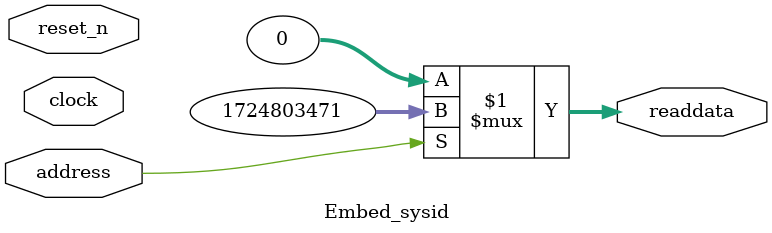
<source format=v>



// synthesis translate_off
`timescale 1ns / 1ps
// synthesis translate_on

// turn off superfluous verilog processor warnings 
// altera message_level Level1 
// altera message_off 10034 10035 10036 10037 10230 10240 10030 

module Embed_sysid (
               // inputs:
                address,
                clock,
                reset_n,

               // outputs:
                readdata
             )
;

  output  [ 31: 0] readdata;
  input            address;
  input            clock;
  input            reset_n;

  wire    [ 31: 0] readdata;
  //control_slave, which is an e_avalon_slave
  assign readdata = address ? 1724803471 : 0;

endmodule



</source>
